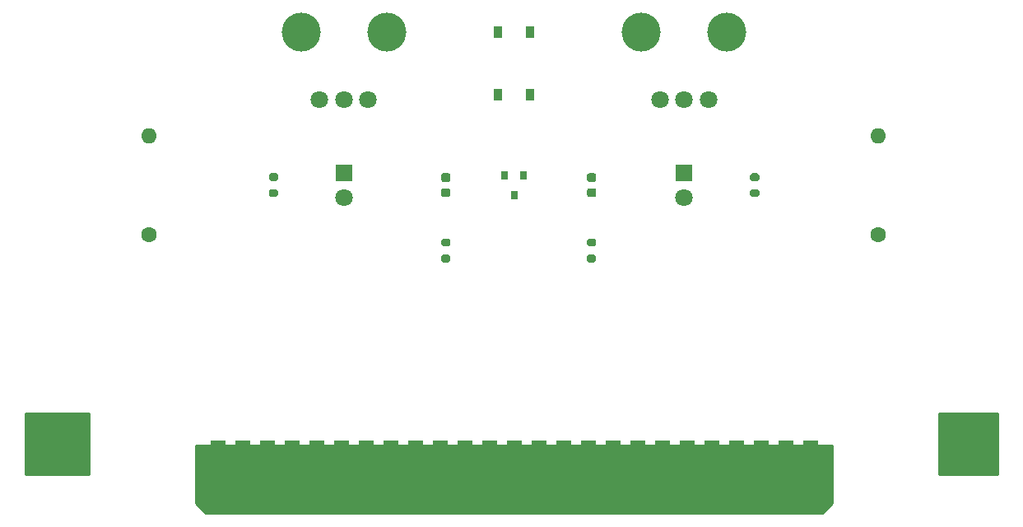
<source format=gbr>
G04 #@! TF.GenerationSoftware,KiCad,Pcbnew,(5.1.7)-1*
G04 #@! TF.CreationDate,2022-04-10T18:55:10-05:00*
G04 #@! TF.ProjectId,ConsolePedalDistortionSMT,436f6e73-6f6c-4655-9065-64616c446973,rev?*
G04 #@! TF.SameCoordinates,Original*
G04 #@! TF.FileFunction,Soldermask,Top*
G04 #@! TF.FilePolarity,Negative*
%FSLAX46Y46*%
G04 Gerber Fmt 4.6, Leading zero omitted, Abs format (unit mm)*
G04 Created by KiCad (PCBNEW (5.1.7)-1) date 2022-04-10 18:55:10*
%MOMM*%
%LPD*%
G01*
G04 APERTURE LIST*
%ADD10C,1.600000*%
%ADD11O,1.600000X1.600000*%
%ADD12R,1.800000X1.800000*%
%ADD13C,1.800000*%
%ADD14C,4.000000*%
%ADD15C,5.000000*%
%ADD16R,1.500000X7.000000*%
%ADD17R,0.900000X1.200000*%
%ADD18R,0.800000X0.900000*%
%ADD19C,0.254000*%
%ADD20C,0.100000*%
G04 APERTURE END LIST*
D10*
G04 #@! TO.C,R5*
X170215000Y-101350000D03*
D11*
X170215000Y-91190000D03*
G04 #@! TD*
D12*
G04 #@! TO.C,D1*
X115250000Y-95000000D03*
D13*
X115250000Y-97540000D03*
G04 #@! TD*
G04 #@! TO.C,D2*
X150250000Y-97540000D03*
D12*
X150250000Y-95000000D03*
G04 #@! TD*
D14*
G04 #@! TO.C,RV1*
X154650000Y-80500000D03*
X145850000Y-80500000D03*
D13*
X152750000Y-87500000D03*
X150250000Y-87500000D03*
X147750000Y-87500000D03*
G04 #@! TD*
G04 #@! TO.C,RV2*
X112750000Y-87500000D03*
X115250000Y-87500000D03*
X117750000Y-87500000D03*
D14*
X110850000Y-80500000D03*
X119650000Y-80500000D03*
G04 #@! TD*
D15*
G04 #@! TO.C,H1*
X85350000Y-122600000D03*
G04 #@! TD*
G04 #@! TO.C,H2*
X180150000Y-122600000D03*
G04 #@! TD*
D16*
G04 #@! TO.C,J1*
X163230000Y-126000000D03*
X160690000Y-126000000D03*
X158150000Y-126000000D03*
X155610000Y-126000000D03*
X153070000Y-126000000D03*
X150530000Y-126000000D03*
X147990000Y-126000000D03*
X145450000Y-126000000D03*
X142910000Y-126000000D03*
X140370000Y-126000000D03*
X137830000Y-126000000D03*
X135290000Y-126000000D03*
X132750000Y-126000000D03*
X130210000Y-126000000D03*
X127670000Y-126000000D03*
X125130000Y-126000000D03*
X122590000Y-126000000D03*
X120050000Y-126000000D03*
X117510000Y-126000000D03*
X114970000Y-126000000D03*
X112430000Y-126000000D03*
X109890000Y-126000000D03*
X107350000Y-126000000D03*
X104810000Y-126000000D03*
X102270000Y-126000000D03*
G04 #@! TD*
G04 #@! TO.C,C1*
G36*
G01*
X140975000Y-95945000D02*
X140475000Y-95945000D01*
G75*
G02*
X140250000Y-95720000I0J225000D01*
G01*
X140250000Y-95270000D01*
G75*
G02*
X140475000Y-95045000I225000J0D01*
G01*
X140975000Y-95045000D01*
G75*
G02*
X141200000Y-95270000I0J-225000D01*
G01*
X141200000Y-95720000D01*
G75*
G02*
X140975000Y-95945000I-225000J0D01*
G01*
G37*
G36*
G01*
X140975000Y-97495000D02*
X140475000Y-97495000D01*
G75*
G02*
X140250000Y-97270000I0J225000D01*
G01*
X140250000Y-96820000D01*
G75*
G02*
X140475000Y-96595000I225000J0D01*
G01*
X140975000Y-96595000D01*
G75*
G02*
X141200000Y-96820000I0J-225000D01*
G01*
X141200000Y-97270000D01*
G75*
G02*
X140975000Y-97495000I-225000J0D01*
G01*
G37*
G04 #@! TD*
G04 #@! TO.C,C2*
G36*
G01*
X125475000Y-95045000D02*
X125975000Y-95045000D01*
G75*
G02*
X126200000Y-95270000I0J-225000D01*
G01*
X126200000Y-95720000D01*
G75*
G02*
X125975000Y-95945000I-225000J0D01*
G01*
X125475000Y-95945000D01*
G75*
G02*
X125250000Y-95720000I0J225000D01*
G01*
X125250000Y-95270000D01*
G75*
G02*
X125475000Y-95045000I225000J0D01*
G01*
G37*
G36*
G01*
X125475000Y-96595000D02*
X125975000Y-96595000D01*
G75*
G02*
X126200000Y-96820000I0J-225000D01*
G01*
X126200000Y-97270000D01*
G75*
G02*
X125975000Y-97495000I-225000J0D01*
G01*
X125475000Y-97495000D01*
G75*
G02*
X125250000Y-97270000I0J225000D01*
G01*
X125250000Y-96820000D01*
G75*
G02*
X125475000Y-96595000I225000J0D01*
G01*
G37*
G04 #@! TD*
D17*
G04 #@! TO.C,D3*
X131100000Y-80500000D03*
X134400000Y-80500000D03*
G04 #@! TD*
G04 #@! TO.C,D4*
X131100000Y-87000000D03*
X134400000Y-87000000D03*
G04 #@! TD*
D18*
G04 #@! TO.C,Q1*
X133700000Y-95270000D03*
X131800000Y-95270000D03*
X132750000Y-97270000D03*
G04 #@! TD*
G04 #@! TO.C,R1*
G36*
G01*
X140450000Y-101775000D02*
X141000000Y-101775000D01*
G75*
G02*
X141200000Y-101975000I0J-200000D01*
G01*
X141200000Y-102375000D01*
G75*
G02*
X141000000Y-102575000I-200000J0D01*
G01*
X140450000Y-102575000D01*
G75*
G02*
X140250000Y-102375000I0J200000D01*
G01*
X140250000Y-101975000D01*
G75*
G02*
X140450000Y-101775000I200000J0D01*
G01*
G37*
G36*
G01*
X140450000Y-103425000D02*
X141000000Y-103425000D01*
G75*
G02*
X141200000Y-103625000I0J-200000D01*
G01*
X141200000Y-104025000D01*
G75*
G02*
X141000000Y-104225000I-200000J0D01*
G01*
X140450000Y-104225000D01*
G75*
G02*
X140250000Y-104025000I0J200000D01*
G01*
X140250000Y-103625000D01*
G75*
G02*
X140450000Y-103425000I200000J0D01*
G01*
G37*
G04 #@! TD*
G04 #@! TO.C,R2*
G36*
G01*
X126000000Y-102575000D02*
X125450000Y-102575000D01*
G75*
G02*
X125250000Y-102375000I0J200000D01*
G01*
X125250000Y-101975000D01*
G75*
G02*
X125450000Y-101775000I200000J0D01*
G01*
X126000000Y-101775000D01*
G75*
G02*
X126200000Y-101975000I0J-200000D01*
G01*
X126200000Y-102375000D01*
G75*
G02*
X126000000Y-102575000I-200000J0D01*
G01*
G37*
G36*
G01*
X126000000Y-104225000D02*
X125450000Y-104225000D01*
G75*
G02*
X125250000Y-104025000I0J200000D01*
G01*
X125250000Y-103625000D01*
G75*
G02*
X125450000Y-103425000I200000J0D01*
G01*
X126000000Y-103425000D01*
G75*
G02*
X126200000Y-103625000I0J-200000D01*
G01*
X126200000Y-104025000D01*
G75*
G02*
X126000000Y-104225000I-200000J0D01*
G01*
G37*
G04 #@! TD*
G04 #@! TO.C,R3*
G36*
G01*
X108275000Y-97495000D02*
X107725000Y-97495000D01*
G75*
G02*
X107525000Y-97295000I0J200000D01*
G01*
X107525000Y-96895000D01*
G75*
G02*
X107725000Y-96695000I200000J0D01*
G01*
X108275000Y-96695000D01*
G75*
G02*
X108475000Y-96895000I0J-200000D01*
G01*
X108475000Y-97295000D01*
G75*
G02*
X108275000Y-97495000I-200000J0D01*
G01*
G37*
G36*
G01*
X108275000Y-95845000D02*
X107725000Y-95845000D01*
G75*
G02*
X107525000Y-95645000I0J200000D01*
G01*
X107525000Y-95245000D01*
G75*
G02*
X107725000Y-95045000I200000J0D01*
G01*
X108275000Y-95045000D01*
G75*
G02*
X108475000Y-95245000I0J-200000D01*
G01*
X108475000Y-95645000D01*
G75*
G02*
X108275000Y-95845000I-200000J0D01*
G01*
G37*
G04 #@! TD*
D10*
G04 #@! TO.C,R4*
X95215000Y-101350000D03*
D11*
X95215000Y-91190000D03*
G04 #@! TD*
G04 #@! TO.C,R6*
G36*
G01*
X157775000Y-95845000D02*
X157225000Y-95845000D01*
G75*
G02*
X157025000Y-95645000I0J200000D01*
G01*
X157025000Y-95245000D01*
G75*
G02*
X157225000Y-95045000I200000J0D01*
G01*
X157775000Y-95045000D01*
G75*
G02*
X157975000Y-95245000I0J-200000D01*
G01*
X157975000Y-95645000D01*
G75*
G02*
X157775000Y-95845000I-200000J0D01*
G01*
G37*
G36*
G01*
X157775000Y-97495000D02*
X157225000Y-97495000D01*
G75*
G02*
X157025000Y-97295000I0J200000D01*
G01*
X157025000Y-96895000D01*
G75*
G02*
X157225000Y-96695000I200000J0D01*
G01*
X157775000Y-96695000D01*
G75*
G02*
X157975000Y-96895000I0J-200000D01*
G01*
X157975000Y-97295000D01*
G75*
G02*
X157775000Y-97495000I-200000J0D01*
G01*
G37*
G04 #@! TD*
D19*
X165480000Y-129000000D02*
X164480000Y-130000000D01*
X101020000Y-130000000D01*
X100020000Y-129000000D01*
X100020000Y-123063000D01*
X165480000Y-123063000D01*
X165480000Y-129000000D01*
D20*
G36*
X165480000Y-129000000D02*
G01*
X164480000Y-130000000D01*
X101020000Y-130000000D01*
X100020000Y-129000000D01*
X100020000Y-123063000D01*
X165480000Y-123063000D01*
X165480000Y-129000000D01*
G37*
D19*
X89000000Y-126000000D02*
X82500000Y-126000000D01*
X82500000Y-119761000D01*
X89000000Y-119761000D01*
X89000000Y-126000000D01*
D20*
G36*
X89000000Y-126000000D02*
G01*
X82500000Y-126000000D01*
X82500000Y-119761000D01*
X89000000Y-119761000D01*
X89000000Y-126000000D01*
G37*
D19*
X182499000Y-126000000D02*
X176500000Y-126000000D01*
X176500000Y-119761000D01*
X182499000Y-119761000D01*
X182499000Y-126000000D01*
D20*
G36*
X182499000Y-126000000D02*
G01*
X176500000Y-126000000D01*
X176500000Y-119761000D01*
X182499000Y-119761000D01*
X182499000Y-126000000D01*
G37*
M02*

</source>
